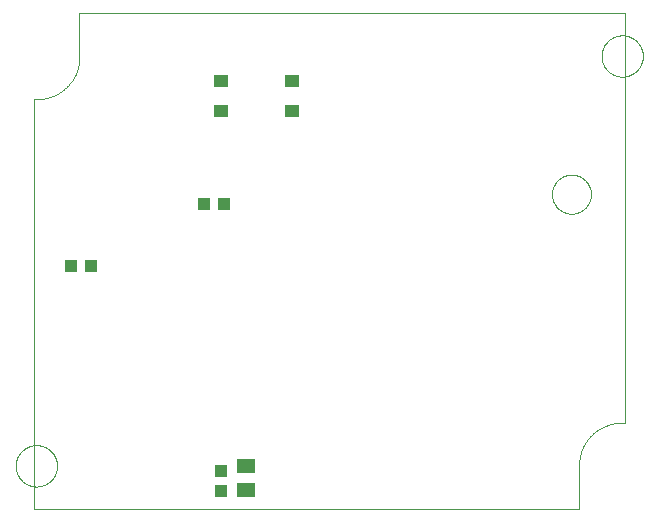
<source format=gbp>
G75*
%MOIN*%
%OFA0B0*%
%FSLAX25Y25*%
%IPPOS*%
%LPD*%
%AMOC8*
5,1,8,0,0,1.08239X$1,22.5*
%
%ADD10C,0.00394*%
%ADD11C,0.00000*%
%ADD12R,0.03937X0.04331*%
%ADD13R,0.05118X0.03937*%
%ADD14R,0.04134X0.04252*%
%ADD15R,0.04252X0.04134*%
%ADD16R,0.06299X0.05118*%
D10*
X0014189Y0005042D02*
X0195882Y0005042D01*
X0195882Y0019609D02*
X0195886Y0019951D01*
X0195899Y0020294D01*
X0195919Y0020636D01*
X0195948Y0020977D01*
X0195985Y0021317D01*
X0196031Y0021657D01*
X0196084Y0021995D01*
X0196146Y0022332D01*
X0196216Y0022667D01*
X0196294Y0023001D01*
X0196380Y0023332D01*
X0196474Y0023662D01*
X0196576Y0023989D01*
X0196685Y0024313D01*
X0196803Y0024635D01*
X0196928Y0024954D01*
X0197061Y0025269D01*
X0197202Y0025582D01*
X0197350Y0025890D01*
X0197505Y0026196D01*
X0197668Y0026497D01*
X0197838Y0026794D01*
X0198015Y0027087D01*
X0198200Y0027376D01*
X0198391Y0027660D01*
X0198589Y0027940D01*
X0198793Y0028214D01*
X0199005Y0028484D01*
X0199222Y0028748D01*
X0199446Y0029007D01*
X0199677Y0029261D01*
X0199913Y0029509D01*
X0200155Y0029751D01*
X0200403Y0029987D01*
X0200657Y0030218D01*
X0200916Y0030442D01*
X0201180Y0030659D01*
X0201450Y0030871D01*
X0201724Y0031075D01*
X0202004Y0031273D01*
X0202288Y0031464D01*
X0202577Y0031649D01*
X0202870Y0031826D01*
X0203167Y0031996D01*
X0203468Y0032159D01*
X0203774Y0032314D01*
X0204082Y0032462D01*
X0204395Y0032603D01*
X0204710Y0032736D01*
X0205029Y0032861D01*
X0205351Y0032979D01*
X0205675Y0033088D01*
X0206002Y0033190D01*
X0206332Y0033284D01*
X0206663Y0033370D01*
X0206997Y0033448D01*
X0207332Y0033518D01*
X0207669Y0033580D01*
X0208007Y0033633D01*
X0208347Y0033679D01*
X0208687Y0033716D01*
X0209028Y0033745D01*
X0209370Y0033765D01*
X0209713Y0033778D01*
X0210055Y0033782D01*
X0211039Y0033782D02*
X0211039Y0170396D01*
X0029346Y0170396D01*
X0029346Y0155830D01*
X0029342Y0155488D01*
X0029329Y0155145D01*
X0029309Y0154803D01*
X0029280Y0154462D01*
X0029243Y0154122D01*
X0029197Y0153782D01*
X0029144Y0153444D01*
X0029082Y0153107D01*
X0029012Y0152772D01*
X0028934Y0152438D01*
X0028848Y0152107D01*
X0028754Y0151777D01*
X0028652Y0151450D01*
X0028543Y0151126D01*
X0028425Y0150804D01*
X0028300Y0150485D01*
X0028167Y0150170D01*
X0028026Y0149857D01*
X0027878Y0149549D01*
X0027723Y0149243D01*
X0027560Y0148942D01*
X0027390Y0148645D01*
X0027213Y0148352D01*
X0027028Y0148063D01*
X0026837Y0147779D01*
X0026639Y0147499D01*
X0026435Y0147225D01*
X0026223Y0146955D01*
X0026006Y0146691D01*
X0025782Y0146432D01*
X0025551Y0146178D01*
X0025315Y0145930D01*
X0025073Y0145688D01*
X0024825Y0145452D01*
X0024571Y0145221D01*
X0024312Y0144997D01*
X0024048Y0144780D01*
X0023778Y0144568D01*
X0023504Y0144364D01*
X0023224Y0144166D01*
X0022940Y0143975D01*
X0022651Y0143790D01*
X0022358Y0143613D01*
X0022061Y0143443D01*
X0021760Y0143280D01*
X0021454Y0143125D01*
X0021146Y0142977D01*
X0020833Y0142836D01*
X0020518Y0142703D01*
X0020199Y0142578D01*
X0019877Y0142460D01*
X0019553Y0142351D01*
X0019226Y0142249D01*
X0018896Y0142155D01*
X0018565Y0142069D01*
X0018231Y0141991D01*
X0017896Y0141921D01*
X0017559Y0141859D01*
X0017221Y0141806D01*
X0016881Y0141760D01*
X0016541Y0141723D01*
X0016200Y0141694D01*
X0015858Y0141674D01*
X0015515Y0141661D01*
X0015173Y0141657D01*
X0014189Y0141656D02*
X0014189Y0005042D01*
D11*
X0008086Y0019412D02*
X0008088Y0019581D01*
X0008094Y0019750D01*
X0008105Y0019919D01*
X0008119Y0020087D01*
X0008138Y0020255D01*
X0008161Y0020423D01*
X0008187Y0020590D01*
X0008218Y0020756D01*
X0008253Y0020922D01*
X0008292Y0021086D01*
X0008336Y0021250D01*
X0008383Y0021412D01*
X0008434Y0021573D01*
X0008489Y0021733D01*
X0008548Y0021892D01*
X0008610Y0022049D01*
X0008677Y0022204D01*
X0008748Y0022358D01*
X0008822Y0022510D01*
X0008900Y0022660D01*
X0008981Y0022808D01*
X0009066Y0022954D01*
X0009155Y0023098D01*
X0009247Y0023240D01*
X0009343Y0023379D01*
X0009442Y0023516D01*
X0009544Y0023651D01*
X0009650Y0023783D01*
X0009759Y0023912D01*
X0009871Y0024039D01*
X0009986Y0024163D01*
X0010104Y0024284D01*
X0010225Y0024402D01*
X0010349Y0024517D01*
X0010476Y0024629D01*
X0010605Y0024738D01*
X0010737Y0024844D01*
X0010872Y0024946D01*
X0011009Y0025045D01*
X0011148Y0025141D01*
X0011290Y0025233D01*
X0011434Y0025322D01*
X0011580Y0025407D01*
X0011728Y0025488D01*
X0011878Y0025566D01*
X0012030Y0025640D01*
X0012184Y0025711D01*
X0012339Y0025778D01*
X0012496Y0025840D01*
X0012655Y0025899D01*
X0012815Y0025954D01*
X0012976Y0026005D01*
X0013138Y0026052D01*
X0013302Y0026096D01*
X0013466Y0026135D01*
X0013632Y0026170D01*
X0013798Y0026201D01*
X0013965Y0026227D01*
X0014133Y0026250D01*
X0014301Y0026269D01*
X0014469Y0026283D01*
X0014638Y0026294D01*
X0014807Y0026300D01*
X0014976Y0026302D01*
X0015145Y0026300D01*
X0015314Y0026294D01*
X0015483Y0026283D01*
X0015651Y0026269D01*
X0015819Y0026250D01*
X0015987Y0026227D01*
X0016154Y0026201D01*
X0016320Y0026170D01*
X0016486Y0026135D01*
X0016650Y0026096D01*
X0016814Y0026052D01*
X0016976Y0026005D01*
X0017137Y0025954D01*
X0017297Y0025899D01*
X0017456Y0025840D01*
X0017613Y0025778D01*
X0017768Y0025711D01*
X0017922Y0025640D01*
X0018074Y0025566D01*
X0018224Y0025488D01*
X0018372Y0025407D01*
X0018518Y0025322D01*
X0018662Y0025233D01*
X0018804Y0025141D01*
X0018943Y0025045D01*
X0019080Y0024946D01*
X0019215Y0024844D01*
X0019347Y0024738D01*
X0019476Y0024629D01*
X0019603Y0024517D01*
X0019727Y0024402D01*
X0019848Y0024284D01*
X0019966Y0024163D01*
X0020081Y0024039D01*
X0020193Y0023912D01*
X0020302Y0023783D01*
X0020408Y0023651D01*
X0020510Y0023516D01*
X0020609Y0023379D01*
X0020705Y0023240D01*
X0020797Y0023098D01*
X0020886Y0022954D01*
X0020971Y0022808D01*
X0021052Y0022660D01*
X0021130Y0022510D01*
X0021204Y0022358D01*
X0021275Y0022204D01*
X0021342Y0022049D01*
X0021404Y0021892D01*
X0021463Y0021733D01*
X0021518Y0021573D01*
X0021569Y0021412D01*
X0021616Y0021250D01*
X0021660Y0021086D01*
X0021699Y0020922D01*
X0021734Y0020756D01*
X0021765Y0020590D01*
X0021791Y0020423D01*
X0021814Y0020255D01*
X0021833Y0020087D01*
X0021847Y0019919D01*
X0021858Y0019750D01*
X0021864Y0019581D01*
X0021866Y0019412D01*
X0021864Y0019243D01*
X0021858Y0019074D01*
X0021847Y0018905D01*
X0021833Y0018737D01*
X0021814Y0018569D01*
X0021791Y0018401D01*
X0021765Y0018234D01*
X0021734Y0018068D01*
X0021699Y0017902D01*
X0021660Y0017738D01*
X0021616Y0017574D01*
X0021569Y0017412D01*
X0021518Y0017251D01*
X0021463Y0017091D01*
X0021404Y0016932D01*
X0021342Y0016775D01*
X0021275Y0016620D01*
X0021204Y0016466D01*
X0021130Y0016314D01*
X0021052Y0016164D01*
X0020971Y0016016D01*
X0020886Y0015870D01*
X0020797Y0015726D01*
X0020705Y0015584D01*
X0020609Y0015445D01*
X0020510Y0015308D01*
X0020408Y0015173D01*
X0020302Y0015041D01*
X0020193Y0014912D01*
X0020081Y0014785D01*
X0019966Y0014661D01*
X0019848Y0014540D01*
X0019727Y0014422D01*
X0019603Y0014307D01*
X0019476Y0014195D01*
X0019347Y0014086D01*
X0019215Y0013980D01*
X0019080Y0013878D01*
X0018943Y0013779D01*
X0018804Y0013683D01*
X0018662Y0013591D01*
X0018518Y0013502D01*
X0018372Y0013417D01*
X0018224Y0013336D01*
X0018074Y0013258D01*
X0017922Y0013184D01*
X0017768Y0013113D01*
X0017613Y0013046D01*
X0017456Y0012984D01*
X0017297Y0012925D01*
X0017137Y0012870D01*
X0016976Y0012819D01*
X0016814Y0012772D01*
X0016650Y0012728D01*
X0016486Y0012689D01*
X0016320Y0012654D01*
X0016154Y0012623D01*
X0015987Y0012597D01*
X0015819Y0012574D01*
X0015651Y0012555D01*
X0015483Y0012541D01*
X0015314Y0012530D01*
X0015145Y0012524D01*
X0014976Y0012522D01*
X0014807Y0012524D01*
X0014638Y0012530D01*
X0014469Y0012541D01*
X0014301Y0012555D01*
X0014133Y0012574D01*
X0013965Y0012597D01*
X0013798Y0012623D01*
X0013632Y0012654D01*
X0013466Y0012689D01*
X0013302Y0012728D01*
X0013138Y0012772D01*
X0012976Y0012819D01*
X0012815Y0012870D01*
X0012655Y0012925D01*
X0012496Y0012984D01*
X0012339Y0013046D01*
X0012184Y0013113D01*
X0012030Y0013184D01*
X0011878Y0013258D01*
X0011728Y0013336D01*
X0011580Y0013417D01*
X0011434Y0013502D01*
X0011290Y0013591D01*
X0011148Y0013683D01*
X0011009Y0013779D01*
X0010872Y0013878D01*
X0010737Y0013980D01*
X0010605Y0014086D01*
X0010476Y0014195D01*
X0010349Y0014307D01*
X0010225Y0014422D01*
X0010104Y0014540D01*
X0009986Y0014661D01*
X0009871Y0014785D01*
X0009759Y0014912D01*
X0009650Y0015041D01*
X0009544Y0015173D01*
X0009442Y0015308D01*
X0009343Y0015445D01*
X0009247Y0015584D01*
X0009155Y0015726D01*
X0009066Y0015870D01*
X0008981Y0016016D01*
X0008900Y0016164D01*
X0008822Y0016314D01*
X0008748Y0016466D01*
X0008677Y0016620D01*
X0008610Y0016775D01*
X0008548Y0016932D01*
X0008489Y0017091D01*
X0008434Y0017251D01*
X0008383Y0017412D01*
X0008336Y0017574D01*
X0008292Y0017738D01*
X0008253Y0017902D01*
X0008218Y0018068D01*
X0008187Y0018234D01*
X0008161Y0018401D01*
X0008138Y0018569D01*
X0008119Y0018737D01*
X0008105Y0018905D01*
X0008094Y0019074D01*
X0008088Y0019243D01*
X0008086Y0019412D01*
X0014189Y0141656D02*
X0015173Y0141656D01*
X0186854Y0109971D02*
X0186856Y0110132D01*
X0186862Y0110292D01*
X0186872Y0110453D01*
X0186886Y0110613D01*
X0186904Y0110773D01*
X0186925Y0110932D01*
X0186951Y0111091D01*
X0186981Y0111249D01*
X0187014Y0111406D01*
X0187052Y0111563D01*
X0187093Y0111718D01*
X0187138Y0111872D01*
X0187187Y0112025D01*
X0187240Y0112177D01*
X0187296Y0112328D01*
X0187357Y0112477D01*
X0187420Y0112625D01*
X0187488Y0112771D01*
X0187559Y0112915D01*
X0187633Y0113057D01*
X0187711Y0113198D01*
X0187793Y0113336D01*
X0187878Y0113473D01*
X0187966Y0113607D01*
X0188058Y0113739D01*
X0188153Y0113869D01*
X0188251Y0113997D01*
X0188352Y0114122D01*
X0188456Y0114244D01*
X0188563Y0114364D01*
X0188673Y0114481D01*
X0188786Y0114596D01*
X0188902Y0114707D01*
X0189021Y0114816D01*
X0189142Y0114921D01*
X0189266Y0115024D01*
X0189392Y0115124D01*
X0189520Y0115220D01*
X0189651Y0115313D01*
X0189785Y0115403D01*
X0189920Y0115490D01*
X0190058Y0115573D01*
X0190197Y0115653D01*
X0190339Y0115729D01*
X0190482Y0115802D01*
X0190627Y0115871D01*
X0190774Y0115937D01*
X0190922Y0115999D01*
X0191072Y0116057D01*
X0191223Y0116112D01*
X0191376Y0116163D01*
X0191530Y0116210D01*
X0191685Y0116253D01*
X0191841Y0116292D01*
X0191997Y0116328D01*
X0192155Y0116359D01*
X0192313Y0116387D01*
X0192472Y0116411D01*
X0192632Y0116431D01*
X0192792Y0116447D01*
X0192952Y0116459D01*
X0193113Y0116467D01*
X0193274Y0116471D01*
X0193434Y0116471D01*
X0193595Y0116467D01*
X0193756Y0116459D01*
X0193916Y0116447D01*
X0194076Y0116431D01*
X0194236Y0116411D01*
X0194395Y0116387D01*
X0194553Y0116359D01*
X0194711Y0116328D01*
X0194867Y0116292D01*
X0195023Y0116253D01*
X0195178Y0116210D01*
X0195332Y0116163D01*
X0195485Y0116112D01*
X0195636Y0116057D01*
X0195786Y0115999D01*
X0195934Y0115937D01*
X0196081Y0115871D01*
X0196226Y0115802D01*
X0196369Y0115729D01*
X0196511Y0115653D01*
X0196650Y0115573D01*
X0196788Y0115490D01*
X0196923Y0115403D01*
X0197057Y0115313D01*
X0197188Y0115220D01*
X0197316Y0115124D01*
X0197442Y0115024D01*
X0197566Y0114921D01*
X0197687Y0114816D01*
X0197806Y0114707D01*
X0197922Y0114596D01*
X0198035Y0114481D01*
X0198145Y0114364D01*
X0198252Y0114244D01*
X0198356Y0114122D01*
X0198457Y0113997D01*
X0198555Y0113869D01*
X0198650Y0113739D01*
X0198742Y0113607D01*
X0198830Y0113473D01*
X0198915Y0113336D01*
X0198997Y0113198D01*
X0199075Y0113057D01*
X0199149Y0112915D01*
X0199220Y0112771D01*
X0199288Y0112625D01*
X0199351Y0112477D01*
X0199412Y0112328D01*
X0199468Y0112177D01*
X0199521Y0112025D01*
X0199570Y0111872D01*
X0199615Y0111718D01*
X0199656Y0111563D01*
X0199694Y0111406D01*
X0199727Y0111249D01*
X0199757Y0111091D01*
X0199783Y0110932D01*
X0199804Y0110773D01*
X0199822Y0110613D01*
X0199836Y0110453D01*
X0199846Y0110292D01*
X0199852Y0110132D01*
X0199854Y0109971D01*
X0199852Y0109810D01*
X0199846Y0109650D01*
X0199836Y0109489D01*
X0199822Y0109329D01*
X0199804Y0109169D01*
X0199783Y0109010D01*
X0199757Y0108851D01*
X0199727Y0108693D01*
X0199694Y0108536D01*
X0199656Y0108379D01*
X0199615Y0108224D01*
X0199570Y0108070D01*
X0199521Y0107917D01*
X0199468Y0107765D01*
X0199412Y0107614D01*
X0199351Y0107465D01*
X0199288Y0107317D01*
X0199220Y0107171D01*
X0199149Y0107027D01*
X0199075Y0106885D01*
X0198997Y0106744D01*
X0198915Y0106606D01*
X0198830Y0106469D01*
X0198742Y0106335D01*
X0198650Y0106203D01*
X0198555Y0106073D01*
X0198457Y0105945D01*
X0198356Y0105820D01*
X0198252Y0105698D01*
X0198145Y0105578D01*
X0198035Y0105461D01*
X0197922Y0105346D01*
X0197806Y0105235D01*
X0197687Y0105126D01*
X0197566Y0105021D01*
X0197442Y0104918D01*
X0197316Y0104818D01*
X0197188Y0104722D01*
X0197057Y0104629D01*
X0196923Y0104539D01*
X0196788Y0104452D01*
X0196650Y0104369D01*
X0196511Y0104289D01*
X0196369Y0104213D01*
X0196226Y0104140D01*
X0196081Y0104071D01*
X0195934Y0104005D01*
X0195786Y0103943D01*
X0195636Y0103885D01*
X0195485Y0103830D01*
X0195332Y0103779D01*
X0195178Y0103732D01*
X0195023Y0103689D01*
X0194867Y0103650D01*
X0194711Y0103614D01*
X0194553Y0103583D01*
X0194395Y0103555D01*
X0194236Y0103531D01*
X0194076Y0103511D01*
X0193916Y0103495D01*
X0193756Y0103483D01*
X0193595Y0103475D01*
X0193434Y0103471D01*
X0193274Y0103471D01*
X0193113Y0103475D01*
X0192952Y0103483D01*
X0192792Y0103495D01*
X0192632Y0103511D01*
X0192472Y0103531D01*
X0192313Y0103555D01*
X0192155Y0103583D01*
X0191997Y0103614D01*
X0191841Y0103650D01*
X0191685Y0103689D01*
X0191530Y0103732D01*
X0191376Y0103779D01*
X0191223Y0103830D01*
X0191072Y0103885D01*
X0190922Y0103943D01*
X0190774Y0104005D01*
X0190627Y0104071D01*
X0190482Y0104140D01*
X0190339Y0104213D01*
X0190197Y0104289D01*
X0190058Y0104369D01*
X0189920Y0104452D01*
X0189785Y0104539D01*
X0189651Y0104629D01*
X0189520Y0104722D01*
X0189392Y0104818D01*
X0189266Y0104918D01*
X0189142Y0105021D01*
X0189021Y0105126D01*
X0188902Y0105235D01*
X0188786Y0105346D01*
X0188673Y0105461D01*
X0188563Y0105578D01*
X0188456Y0105698D01*
X0188352Y0105820D01*
X0188251Y0105945D01*
X0188153Y0106073D01*
X0188058Y0106203D01*
X0187966Y0106335D01*
X0187878Y0106469D01*
X0187793Y0106606D01*
X0187711Y0106744D01*
X0187633Y0106885D01*
X0187559Y0107027D01*
X0187488Y0107171D01*
X0187420Y0107317D01*
X0187357Y0107465D01*
X0187296Y0107614D01*
X0187240Y0107765D01*
X0187187Y0107917D01*
X0187138Y0108070D01*
X0187093Y0108224D01*
X0187052Y0108379D01*
X0187014Y0108536D01*
X0186981Y0108693D01*
X0186951Y0108851D01*
X0186925Y0109010D01*
X0186904Y0109169D01*
X0186886Y0109329D01*
X0186872Y0109489D01*
X0186862Y0109650D01*
X0186856Y0109810D01*
X0186854Y0109971D01*
X0203362Y0156026D02*
X0203364Y0156195D01*
X0203370Y0156364D01*
X0203381Y0156533D01*
X0203395Y0156701D01*
X0203414Y0156869D01*
X0203437Y0157037D01*
X0203463Y0157204D01*
X0203494Y0157370D01*
X0203529Y0157536D01*
X0203568Y0157700D01*
X0203612Y0157864D01*
X0203659Y0158026D01*
X0203710Y0158187D01*
X0203765Y0158347D01*
X0203824Y0158506D01*
X0203886Y0158663D01*
X0203953Y0158818D01*
X0204024Y0158972D01*
X0204098Y0159124D01*
X0204176Y0159274D01*
X0204257Y0159422D01*
X0204342Y0159568D01*
X0204431Y0159712D01*
X0204523Y0159854D01*
X0204619Y0159993D01*
X0204718Y0160130D01*
X0204820Y0160265D01*
X0204926Y0160397D01*
X0205035Y0160526D01*
X0205147Y0160653D01*
X0205262Y0160777D01*
X0205380Y0160898D01*
X0205501Y0161016D01*
X0205625Y0161131D01*
X0205752Y0161243D01*
X0205881Y0161352D01*
X0206013Y0161458D01*
X0206148Y0161560D01*
X0206285Y0161659D01*
X0206424Y0161755D01*
X0206566Y0161847D01*
X0206710Y0161936D01*
X0206856Y0162021D01*
X0207004Y0162102D01*
X0207154Y0162180D01*
X0207306Y0162254D01*
X0207460Y0162325D01*
X0207615Y0162392D01*
X0207772Y0162454D01*
X0207931Y0162513D01*
X0208091Y0162568D01*
X0208252Y0162619D01*
X0208414Y0162666D01*
X0208578Y0162710D01*
X0208742Y0162749D01*
X0208908Y0162784D01*
X0209074Y0162815D01*
X0209241Y0162841D01*
X0209409Y0162864D01*
X0209577Y0162883D01*
X0209745Y0162897D01*
X0209914Y0162908D01*
X0210083Y0162914D01*
X0210252Y0162916D01*
X0210421Y0162914D01*
X0210590Y0162908D01*
X0210759Y0162897D01*
X0210927Y0162883D01*
X0211095Y0162864D01*
X0211263Y0162841D01*
X0211430Y0162815D01*
X0211596Y0162784D01*
X0211762Y0162749D01*
X0211926Y0162710D01*
X0212090Y0162666D01*
X0212252Y0162619D01*
X0212413Y0162568D01*
X0212573Y0162513D01*
X0212732Y0162454D01*
X0212889Y0162392D01*
X0213044Y0162325D01*
X0213198Y0162254D01*
X0213350Y0162180D01*
X0213500Y0162102D01*
X0213648Y0162021D01*
X0213794Y0161936D01*
X0213938Y0161847D01*
X0214080Y0161755D01*
X0214219Y0161659D01*
X0214356Y0161560D01*
X0214491Y0161458D01*
X0214623Y0161352D01*
X0214752Y0161243D01*
X0214879Y0161131D01*
X0215003Y0161016D01*
X0215124Y0160898D01*
X0215242Y0160777D01*
X0215357Y0160653D01*
X0215469Y0160526D01*
X0215578Y0160397D01*
X0215684Y0160265D01*
X0215786Y0160130D01*
X0215885Y0159993D01*
X0215981Y0159854D01*
X0216073Y0159712D01*
X0216162Y0159568D01*
X0216247Y0159422D01*
X0216328Y0159274D01*
X0216406Y0159124D01*
X0216480Y0158972D01*
X0216551Y0158818D01*
X0216618Y0158663D01*
X0216680Y0158506D01*
X0216739Y0158347D01*
X0216794Y0158187D01*
X0216845Y0158026D01*
X0216892Y0157864D01*
X0216936Y0157700D01*
X0216975Y0157536D01*
X0217010Y0157370D01*
X0217041Y0157204D01*
X0217067Y0157037D01*
X0217090Y0156869D01*
X0217109Y0156701D01*
X0217123Y0156533D01*
X0217134Y0156364D01*
X0217140Y0156195D01*
X0217142Y0156026D01*
X0217140Y0155857D01*
X0217134Y0155688D01*
X0217123Y0155519D01*
X0217109Y0155351D01*
X0217090Y0155183D01*
X0217067Y0155015D01*
X0217041Y0154848D01*
X0217010Y0154682D01*
X0216975Y0154516D01*
X0216936Y0154352D01*
X0216892Y0154188D01*
X0216845Y0154026D01*
X0216794Y0153865D01*
X0216739Y0153705D01*
X0216680Y0153546D01*
X0216618Y0153389D01*
X0216551Y0153234D01*
X0216480Y0153080D01*
X0216406Y0152928D01*
X0216328Y0152778D01*
X0216247Y0152630D01*
X0216162Y0152484D01*
X0216073Y0152340D01*
X0215981Y0152198D01*
X0215885Y0152059D01*
X0215786Y0151922D01*
X0215684Y0151787D01*
X0215578Y0151655D01*
X0215469Y0151526D01*
X0215357Y0151399D01*
X0215242Y0151275D01*
X0215124Y0151154D01*
X0215003Y0151036D01*
X0214879Y0150921D01*
X0214752Y0150809D01*
X0214623Y0150700D01*
X0214491Y0150594D01*
X0214356Y0150492D01*
X0214219Y0150393D01*
X0214080Y0150297D01*
X0213938Y0150205D01*
X0213794Y0150116D01*
X0213648Y0150031D01*
X0213500Y0149950D01*
X0213350Y0149872D01*
X0213198Y0149798D01*
X0213044Y0149727D01*
X0212889Y0149660D01*
X0212732Y0149598D01*
X0212573Y0149539D01*
X0212413Y0149484D01*
X0212252Y0149433D01*
X0212090Y0149386D01*
X0211926Y0149342D01*
X0211762Y0149303D01*
X0211596Y0149268D01*
X0211430Y0149237D01*
X0211263Y0149211D01*
X0211095Y0149188D01*
X0210927Y0149169D01*
X0210759Y0149155D01*
X0210590Y0149144D01*
X0210421Y0149138D01*
X0210252Y0149136D01*
X0210083Y0149138D01*
X0209914Y0149144D01*
X0209745Y0149155D01*
X0209577Y0149169D01*
X0209409Y0149188D01*
X0209241Y0149211D01*
X0209074Y0149237D01*
X0208908Y0149268D01*
X0208742Y0149303D01*
X0208578Y0149342D01*
X0208414Y0149386D01*
X0208252Y0149433D01*
X0208091Y0149484D01*
X0207931Y0149539D01*
X0207772Y0149598D01*
X0207615Y0149660D01*
X0207460Y0149727D01*
X0207306Y0149798D01*
X0207154Y0149872D01*
X0207004Y0149950D01*
X0206856Y0150031D01*
X0206710Y0150116D01*
X0206566Y0150205D01*
X0206424Y0150297D01*
X0206285Y0150393D01*
X0206148Y0150492D01*
X0206013Y0150594D01*
X0205881Y0150700D01*
X0205752Y0150809D01*
X0205625Y0150921D01*
X0205501Y0151036D01*
X0205380Y0151154D01*
X0205262Y0151275D01*
X0205147Y0151399D01*
X0205035Y0151526D01*
X0204926Y0151655D01*
X0204820Y0151787D01*
X0204718Y0151922D01*
X0204619Y0152059D01*
X0204523Y0152198D01*
X0204431Y0152340D01*
X0204342Y0152484D01*
X0204257Y0152630D01*
X0204176Y0152778D01*
X0204098Y0152928D01*
X0204024Y0153080D01*
X0203953Y0153234D01*
X0203886Y0153389D01*
X0203824Y0153546D01*
X0203765Y0153705D01*
X0203710Y0153865D01*
X0203659Y0154026D01*
X0203612Y0154188D01*
X0203568Y0154352D01*
X0203529Y0154516D01*
X0203494Y0154682D01*
X0203463Y0154848D01*
X0203437Y0155015D01*
X0203414Y0155183D01*
X0203395Y0155351D01*
X0203381Y0155519D01*
X0203370Y0155688D01*
X0203364Y0155857D01*
X0203362Y0156026D01*
X0210055Y0033782D02*
X0211039Y0033782D01*
X0195882Y0019609D02*
X0195882Y0005042D01*
D12*
X0033197Y0085916D03*
X0026504Y0085916D03*
D13*
X0076441Y0137696D03*
X0076441Y0147696D03*
X0100063Y0147696D03*
X0100063Y0137696D03*
D14*
X0077591Y0106861D03*
X0070701Y0106861D03*
D15*
X0076535Y0017830D03*
X0076535Y0010940D03*
D16*
X0084795Y0011381D03*
X0084795Y0019255D03*
M02*

</source>
